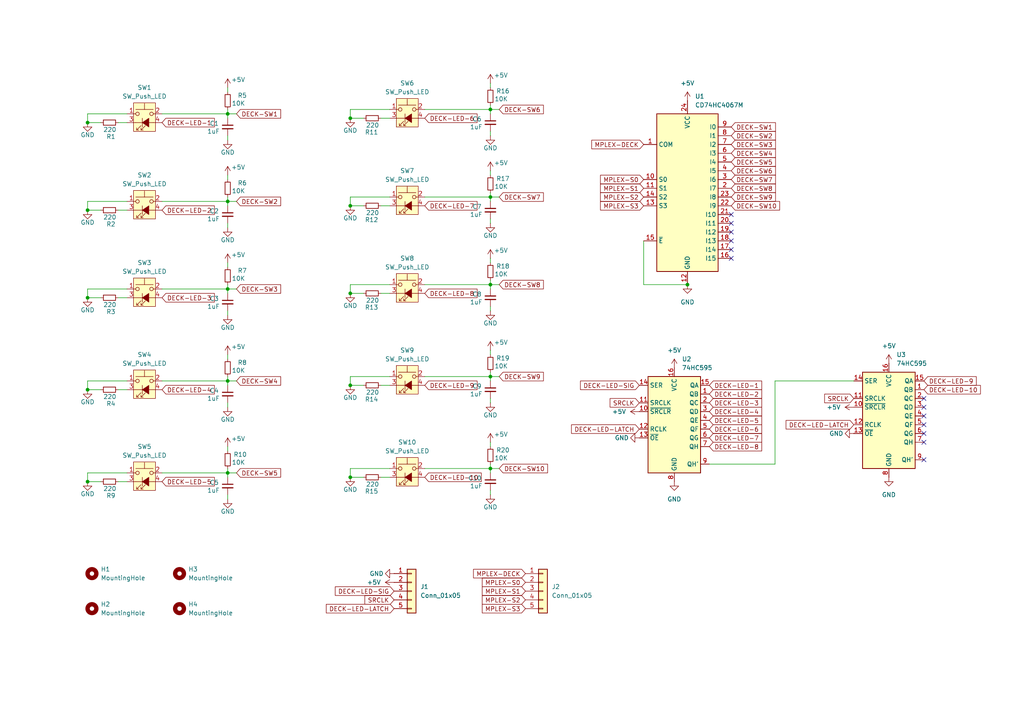
<source format=kicad_sch>
(kicad_sch (version 20231120) (generator "eeschema") (generator_version "8.0")
  (paper "A4")
  (lib_symbols
    (symbol "74xx:74HC595"
      (property "Reference" "U" (at -7.62 13.97 0))
      (property "Value" "74HC595" (at -7.62 -16.51 0))
      (symbol "74HC595_1_0"
        (pin tri_state line (at 10.16 7.62 180) (length 2.54) (name "QB") (number "1"))
        (pin input line (at -10.16 2.54 0) (length 2.54) (name "~{SRCLR}") (number "10"))
        (pin input line (at -10.16 5.08 0) (length 2.54) (name "SRCLK") (number "11"))
        (pin input line (at -10.16 -2.54 0) (length 2.54) (name "RCLK") (number "12"))
        (pin input line (at -10.16 -5.08 0) (length 2.54) (name "~{OE}") (number "13"))
        (pin input line (at -10.16 10.16 0) (length 2.54) (name "SER") (number "14"))
        (pin tri_state line (at 10.16 10.16 180) (length 2.54) (name "QA") (number "15"))
        (pin power_in line (at 0 15.24 270) (length 2.54) (name "VCC") (number "16"))
        (pin tri_state line (at 10.16 5.08 180) (length 2.54) (name "QC") (number "2"))
        (pin tri_state line (at 10.16 2.54 180) (length 2.54) (name "QD") (number "3"))
        (pin tri_state line (at 10.16 0 180) (length 2.54) (name "QE") (number "4"))
        (pin tri_state line (at 10.16 -2.54 180) (length 2.54) (name "QF") (number "5"))
        (pin tri_state line (at 10.16 -5.08 180) (length 2.54) (name "QG") (number "6"))
        (pin tri_state line (at 10.16 -7.62 180) (length 2.54) (name "QH") (number "7"))
        (pin power_in line (at 0 -17.78 90) (length 2.54) (name "GND") (number "8"))
        (pin output line (at 10.16 -12.7 180) (length 2.54) (name "QH'") (number "9"))
      )
      (symbol "74HC595_1_1"
        (rectangle (start -7.62 12.7) (end 7.62 -15.24) (stroke (width 0.254)) (fill (type background)))
      )
    )
    (symbol "74xx:CD74HC4067M"
      (property "Reference" "U" (at -8.89 22.86 0))
      (property "Value" "CD74HC4067M" (at 1.27 22.86 0))
      (symbol "CD74HC4067M_0_1"
        (rectangle (start -8.89 21.59) (end 8.89 -24.13) (stroke (width 0.254)) (fill (type background)))
      )
      (symbol "CD74HC4067M_1_1"
        (pin passive line (at -12.7 12.7 0) (length 3.81) (name "COM") (number "1"))
        (pin input line (at -12.7 2.54 0) (length 3.81) (name "S0") (number "10"))
        (pin input line (at -12.7 0 0) (length 3.81) (name "S1") (number "11"))
        (pin power_in line (at 0 -27.94 90) (length 3.81) (name "GND") (number "12"))
        (pin input line (at -12.7 -5.08 0) (length 3.81) (name "S3") (number "13"))
        (pin input line (at -12.7 -2.54 0) (length 3.81) (name "S2") (number "14"))
        (pin input line (at -12.7 -15.24 0) (length 3.81) (name "~{E}") (number "15"))
        (pin passive line (at 12.7 -20.32 180) (length 3.81) (name "I15") (number "16"))
        (pin passive line (at 12.7 -17.78 180) (length 3.81) (name "I14") (number "17"))
        (pin passive line (at 12.7 -15.24 180) (length 3.81) (name "I13") (number "18"))
        (pin passive line (at 12.7 -12.7 180) (length 3.81) (name "I12") (number "19"))
        (pin passive line (at 12.7 0 180) (length 3.81) (name "I7") (number "2"))
        (pin passive line (at 12.7 -10.16 180) (length 3.81) (name "I11") (number "20"))
        (pin passive line (at 12.7 -7.62 180) (length 3.81) (name "I10") (number "21"))
        (pin passive line (at 12.7 -5.08 180) (length 3.81) (name "I9") (number "22"))
        (pin passive line (at 12.7 -2.54 180) (length 3.81) (name "I8") (number "23"))
        (pin power_in line (at 0 25.4 270) (length 3.81) (name "VCC") (number "24"))
        (pin passive line (at 12.7 2.54 180) (length 3.81) (name "I6") (number "3"))
        (pin passive line (at 12.7 5.08 180) (length 3.81) (name "I5") (number "4"))
        (pin passive line (at 12.7 7.62 180) (length 3.81) (name "I4") (number "5"))
        (pin passive line (at 12.7 10.16 180) (length 3.81) (name "I3") (number "6"))
        (pin passive line (at 12.7 12.7 180) (length 3.81) (name "I2") (number "7"))
        (pin passive line (at 12.7 15.24 180) (length 3.81) (name "I1") (number "8"))
        (pin passive line (at 12.7 17.78 180) (length 3.81) (name "I0") (number "9"))
      )
    )
    (symbol "Connector_Generic:Conn_01x05" (pin_names (offset 1.016) hide)
      (property "Reference" "J" (at 0 7.62 0))
      (property "Value" "Conn_01x05" (at 0 -7.62 0))
      (symbol "Conn_01x05_1_1"
        (rectangle (start -1.27 -4.953) (end 0 -5.207) (stroke (width 0.1524)))
        (rectangle (start -1.27 -2.413) (end 0 -2.667) (stroke (width 0.1524)))
        (rectangle (start -1.27 0.127) (end 0 -0.127) (stroke (width 0.1524)))
        (rectangle (start -1.27 2.667) (end 0 2.413) (stroke (width 0.1524)))
        (rectangle (start -1.27 5.207) (end 0 4.953) (stroke (width 0.1524)))
        (rectangle (start -1.27 6.35) (end 1.27 -6.35) (stroke (width 0.254)) (fill (type background)))
        (pin passive line (at -5.08 5.08 0) (length 3.81) (name "Pin_1") (number "1"))
        (pin passive line (at -5.08 2.54 0) (length 3.81) (name "Pin_2") (number "2"))
        (pin passive line (at -5.08 0 0) (length 3.81) (name "Pin_3") (number "3"))
        (pin passive line (at -5.08 -2.54 0) (length 3.81) (name "Pin_4") (number "4"))
        (pin passive line (at -5.08 -5.08 0) (length 3.81) (name "Pin_5") (number "5"))
      )
    )
    (symbol "Device:C_Small" (pin_numbers hide) (pin_names (offset 0.254) hide)
      (property "Reference" "C" (at 0.254 1.778 0))
      (property "Value" "C_Small" (at 0.254 -2.032 0))
      (symbol "C_Small_0_1"
        (polyline (pts (xy -1.524 -0.508) (xy 1.524 -0.508)) (stroke (width 0.3302)))
        (polyline (pts (xy -1.524 0.508) (xy 1.524 0.508)) (stroke (width 0.3048)))
      )
      (symbol "C_Small_1_1"
        (pin passive line (at 0 2.54 270) (length 2.032) (name "~") (number "1"))
        (pin passive line (at 0 -2.54 90) (length 2.032) (name "~") (number "2"))
      )
    )
    (symbol "Device:R_Small" (pin_numbers hide) (pin_names (offset 0.254) hide)
      (property "Reference" "R" (at 0.762 0.508 0))
      (property "Value" "R_Small" (at 0.762 -1.016 0))
      (symbol "R_Small_0_1"
        (rectangle (start -0.762 1.778) (end 0.762 -1.778) (stroke (width 0.2032)))
      )
      (symbol "R_Small_1_1"
        (pin passive line (at 0 2.54 270) (length 0.762) (name "~") (number "1"))
        (pin passive line (at 0 -2.54 90) (length 0.762) (name "~") (number "2"))
      )
    )
    (symbol "Mechanical:MountingHole" (pin_names (offset 1.016)) (exclude_from_sim yes) (in_bom no)
      (property "Reference" "H" (at 0 5.08 0))
      (property "Value" "MountingHole" (at 0 3.175 0))
      (symbol "MountingHole_0_1"
        (circle (center 0 0) (radius 1.27) (stroke (width 1.27)))
      )
    )
    (symbol "Switch:SW_Push_LED" (pin_names (offset 1.016) hide)
      (property "Reference" "SW" (at 0 7.62 0))
      (property "Value" "SW_Push_LED" (at 0 -3.81 0))
      (symbol "SW_Push_LED_0_0"
        (polyline (pts (xy -2.54 0) (xy 2.54 0)))
        (polyline (pts (xy -2.286 -2.159) (xy -1.016 -0.889)))
        (polyline (pts (xy -1.016 -2.159) (xy 0.254 -0.889)))
        (polyline (pts (xy -0.635 1.27) (xy -0.635 -1.27)))
        (polyline (pts (xy -2.286 -1.524) (xy -2.286 -2.159) (xy -1.651 -2.159)))
        (polyline (pts (xy -1.016 -1.524) (xy -1.016 -2.159) (xy -0.381 -2.159)))
        (polyline (pts (xy -0.635 0) (xy 1.27 1.27) (xy 1.27 -1.27) (xy -0.635 0)) (fill (type outline)))
      )
      (symbol "SW_Push_LED_0_1"
        (circle (center -2.032 2.54) (radius 0.508))
        (polyline (pts (xy 0 3.81) (xy 0 5.588)))
        (polyline (pts (xy 2.54 3.81) (xy -2.54 3.81)))
        (circle (center 2.032 2.54) (radius 0.508))
        (pin passive line (at -5.08 2.54 0) (length 2.54) (name "1") (number "1"))
        (pin passive line (at 5.08 2.54 180) (length 2.54) (name "2") (number "2"))
        (pin passive line (at -5.08 0 0) (length 2.54) (name "K") (number "3"))
        (pin passive line (at 5.08 0 180) (length 2.54) (name "A") (number "4"))
      )
      (symbol "SW_Push_LED_1_1"
        (rectangle (start -3.175 5.715) (end 3.175 -2.54) (fill (type background)))
      )
    )
    (symbol "power:+5V" (power) (pin_numbers hide) (pin_names (offset 0) hide)
      (property "Value" "+5V" (at 0 3.556 0))
      (symbol "+5V_0_1"
        (polyline (pts (xy -0.762 1.27) (xy 0 2.54)))
        (polyline (pts (xy 0 0) (xy 0 2.54)))
        (polyline (pts (xy 0 2.54) (xy 0.762 1.27)))
      )
      (symbol "+5V_1_1"
        (pin power_in line (at 0 0 90) (length 0) (name "~") (number "1"))
      )
    )
    (symbol "power:GND" (power) (pin_numbers hide) (pin_names (offset 0) hide)
      (property "Value" "GND" (at 0 -3.81 0))
      (symbol "GND_0_1"
        (polyline (pts (xy 0 0) (xy 0 -1.27) (xy 1.27 -1.27) (xy 0 -2.54) (xy -1.27 -1.27) (xy 0 -1.27)))
      )
      (symbol "GND_1_1"
        (pin power_in line (at 0 0 270) (length 0) (name "~") (number "1"))
      )
    )
  )
  (junction (at 66.04 33.02))
  (junction (at 101.6 111.76))
  (junction (at 25.4 113.03))
  (junction (at 101.6 85.09))
  (junction (at 142.24 82.55))
  (junction (at 142.24 57.15))
  (junction (at 66.04 110.49))
  (junction (at 101.6 138.43))
  (junction (at 25.4 139.7))
  (junction (at 142.24 31.75))
  (junction (at 199.39 82.55))
  (junction (at 101.6 59.69))
  (junction (at 66.04 83.82))
  (junction (at 25.4 86.36))
  (junction (at 66.04 58.42))
  (junction (at 101.6 34.29))
  (junction (at 142.24 109.22))
  (junction (at 25.4 35.56))
  (junction (at 142.24 135.89))
  (junction (at 25.4 60.96))
  (junction (at 66.04 137.16))
  (no_connect (at 267.97 115.57))
  (no_connect (at 267.97 120.65))
  (no_connect (at 267.97 118.11))
  (no_connect (at 267.97 133.35))
  (no_connect (at 212.09 62.23))
  (no_connect (at 212.09 72.39))
  (no_connect (at 212.09 74.93))
  (no_connect (at 267.97 125.73))
  (no_connect (at 267.97 128.27))
  (no_connect (at 267.97 123.19))
  (no_connect (at 212.09 67.31))
  (no_connect (at 212.09 69.85))
  (no_connect (at 212.09 64.77))
  (wire (pts (xy 68.58 110.49) (xy 66.04 110.49)))
  (wire (pts (xy 110.49 85.09) (xy 113.03 85.09)))
  (wire (pts (xy 66.04 102.87) (xy 66.04 104.14)))
  (wire (pts (xy 142.24 57.15) (xy 142.24 55.88)))
  (wire (pts (xy 142.24 137.16) (xy 142.24 135.89)))
  (wire (pts (xy 101.6 85.09) (xy 105.41 85.09)))
  (wire (pts (xy 25.4 86.36) (xy 29.21 86.36)))
  (wire (pts (xy 36.83 58.42) (xy 25.4 58.42)))
  (wire (pts (xy 25.4 110.49) (xy 25.4 113.03)))
  (wire (pts (xy 66.04 58.42) (xy 66.04 57.15)))
  (wire (pts (xy 144.78 57.15) (xy 142.24 57.15)))
  (wire (pts (xy 25.4 137.16) (xy 25.4 139.7)))
  (wire (pts (xy 36.83 137.16) (xy 25.4 137.16)))
  (wire (pts (xy 142.24 101.6) (xy 142.24 102.87)))
  (wire (pts (xy 101.6 138.43) (xy 105.41 138.43)))
  (wire (pts (xy 142.24 128.27) (xy 142.24 129.54)))
  (wire (pts (xy 66.04 143.51) (xy 66.04 144.78)))
  (wire (pts (xy 101.6 34.29) (xy 105.41 34.29)))
  (wire (pts (xy 25.4 60.96) (xy 29.21 60.96)))
  (wire (pts (xy 142.24 135.89) (xy 142.24 134.62)))
  (wire (pts (xy 34.29 35.56) (xy 36.83 35.56)))
  (wire (pts (xy 36.83 83.82) (xy 25.4 83.82)))
  (wire (pts (xy 110.49 138.43) (xy 113.03 138.43)))
  (wire (pts (xy 101.6 111.76) (xy 105.41 111.76)))
  (wire (pts (xy 66.04 39.37) (xy 66.04 40.64)))
  (wire (pts (xy 46.99 110.49) (xy 66.04 110.49)))
  (wire (pts (xy 110.49 59.69) (xy 113.03 59.69)))
  (wire (pts (xy 142.24 88.9) (xy 142.24 90.17)))
  (wire (pts (xy 101.6 31.75) (xy 101.6 34.29)))
  (wire (pts (xy 123.19 31.75) (xy 142.24 31.75)))
  (wire (pts (xy 142.24 38.1) (xy 142.24 39.37)))
  (wire (pts (xy 36.83 110.49) (xy 25.4 110.49)))
  (wire (pts (xy 66.04 111.76) (xy 66.04 110.49)))
  (wire (pts (xy 101.6 82.55) (xy 101.6 85.09)))
  (wire (pts (xy 186.69 82.55) (xy 199.39 82.55)))
  (wire (pts (xy 34.29 113.03) (xy 36.83 113.03)))
  (wire (pts (xy 101.6 59.69) (xy 105.41 59.69)))
  (wire (pts (xy 66.04 59.69) (xy 66.04 58.42)))
  (wire (pts (xy 46.99 58.42) (xy 66.04 58.42)))
  (wire (pts (xy 123.19 135.89) (xy 142.24 135.89)))
  (wire (pts (xy 25.4 35.56) (xy 29.21 35.56)))
  (wire (pts (xy 113.03 57.15) (xy 101.6 57.15)))
  (wire (pts (xy 46.99 33.02) (xy 66.04 33.02)))
  (wire (pts (xy 224.79 110.49) (xy 247.65 110.49)))
  (wire (pts (xy 66.04 129.54) (xy 66.04 130.81)))
  (wire (pts (xy 144.78 31.75) (xy 142.24 31.75)))
  (wire (pts (xy 34.29 139.7) (xy 36.83 139.7)))
  (wire (pts (xy 66.04 110.49) (xy 66.04 109.22)))
  (wire (pts (xy 68.58 33.02) (xy 66.04 33.02)))
  (wire (pts (xy 142.24 63.5) (xy 142.24 64.77)))
  (wire (pts (xy 68.58 137.16) (xy 66.04 137.16)))
  (wire (pts (xy 25.4 33.02) (xy 25.4 35.56)))
  (wire (pts (xy 25.4 113.03) (xy 29.21 113.03)))
  (wire (pts (xy 110.49 111.76) (xy 113.03 111.76)))
  (wire (pts (xy 123.19 109.22) (xy 142.24 109.22)))
  (wire (pts (xy 68.58 58.42) (xy 66.04 58.42)))
  (wire (pts (xy 46.99 83.82) (xy 66.04 83.82)))
  (wire (pts (xy 142.24 109.22) (xy 142.24 107.95)))
  (wire (pts (xy 142.24 83.82) (xy 142.24 82.55)))
  (wire (pts (xy 113.03 109.22) (xy 101.6 109.22)))
  (wire (pts (xy 66.04 76.2) (xy 66.04 77.47)))
  (wire (pts (xy 144.78 135.89) (xy 142.24 135.89)))
  (wire (pts (xy 25.4 139.7) (xy 29.21 139.7)))
  (wire (pts (xy 25.4 83.82) (xy 25.4 86.36)))
  (wire (pts (xy 205.74 134.62) (xy 224.79 134.62)))
  (wire (pts (xy 110.49 34.29) (xy 113.03 34.29)))
  (wire (pts (xy 36.83 33.02) (xy 25.4 33.02)))
  (wire (pts (xy 34.29 60.96) (xy 36.83 60.96)))
  (wire (pts (xy 142.24 24.13) (xy 142.24 25.4)))
  (wire (pts (xy 142.24 142.24) (xy 142.24 143.51)))
  (wire (pts (xy 66.04 90.17) (xy 66.04 91.44)))
  (wire (pts (xy 25.4 58.42) (xy 25.4 60.96)))
  (wire (pts (xy 123.19 82.55) (xy 142.24 82.55)))
  (wire (pts (xy 123.19 57.15) (xy 142.24 57.15)))
  (wire (pts (xy 101.6 109.22) (xy 101.6 111.76)))
  (wire (pts (xy 66.04 138.43) (xy 66.04 137.16)))
  (wire (pts (xy 144.78 109.22) (xy 142.24 109.22)))
  (wire (pts (xy 113.03 82.55) (xy 101.6 82.55)))
  (wire (pts (xy 66.04 116.84) (xy 66.04 118.11)))
  (wire (pts (xy 142.24 110.49) (xy 142.24 109.22)))
  (wire (pts (xy 66.04 34.29) (xy 66.04 33.02)))
  (wire (pts (xy 142.24 58.42) (xy 142.24 57.15)))
  (wire (pts (xy 101.6 135.89) (xy 101.6 138.43)))
  (wire (pts (xy 186.69 69.85) (xy 186.69 82.55)))
  (wire (pts (xy 66.04 137.16) (xy 66.04 135.89)))
  (wire (pts (xy 46.99 137.16) (xy 66.04 137.16)))
  (wire (pts (xy 142.24 31.75) (xy 142.24 30.48)))
  (wire (pts (xy 113.03 135.89) (xy 101.6 135.89)))
  (wire (pts (xy 224.79 134.62) (xy 224.79 110.49)))
  (wire (pts (xy 142.24 49.53) (xy 142.24 50.8)))
  (wire (pts (xy 66.04 83.82) (xy 66.04 82.55)))
  (wire (pts (xy 66.04 25.4) (xy 66.04 26.67)))
  (wire (pts (xy 68.58 83.82) (xy 66.04 83.82)))
  (wire (pts (xy 144.78 82.55) (xy 142.24 82.55)))
  (wire (pts (xy 142.24 33.02) (xy 142.24 31.75)))
  (wire (pts (xy 66.04 85.09) (xy 66.04 83.82)))
  (wire (pts (xy 142.24 74.93) (xy 142.24 76.2)))
  (wire (pts (xy 66.04 50.8) (xy 66.04 52.07)))
  (wire (pts (xy 34.29 86.36) (xy 36.83 86.36)))
  (wire (pts (xy 101.6 57.15) (xy 101.6 59.69)))
  (wire (pts (xy 66.04 64.77) (xy 66.04 66.04)))
  (wire (pts (xy 142.24 82.55) (xy 142.24 81.28)))
  (wire (pts (xy 113.03 31.75) (xy 101.6 31.75)))
  (wire (pts (xy 142.24 115.57) (xy 142.24 116.84)))
  (wire (pts (xy 66.04 33.02) (xy 66.04 31.75)))
  (global_label "DECK-LED-6" (shape input) (at 205.74 124.46 0) (property "Intersheetrefs" "${INTERSHEET_REFS}" (effects (hide yes))))
  (global_label "DECK-LED-3" (shape input) (at 205.74 116.84 0) (property "Intersheetrefs" "${INTERSHEET_REFS}" (effects (hide yes))))
  (global_label "DECK-SW6" (shape input) (at 144.78 31.75 0) (property "Intersheetrefs" "${INTERSHEET_REFS}" (effects (hide yes))))
  (global_label "DECK-LED-5" (shape input) (at 205.74 121.92 0) (property "Intersheetrefs" "${INTERSHEET_REFS}" (effects (hide yes))))
  (global_label "DECK-LED-6" (shape input) (at 123.19 34.29 0) (property "Intersheetrefs" "${INTERSHEET_REFS}" (effects (hide yes))))
  (global_label "DECK-LED-LATCH" (shape input) (at 247.65 123.19 180) (property "Intersheetrefs" "${INTERSHEET_REFS}" (effects (hide yes))))
  (global_label "DECK-SW1" (shape input) (at 68.58 33.02 0) (property "Intersheetrefs" "${INTERSHEET_REFS}" (effects (hide yes))))
  (global_label "DECK-SW8" (shape input) (at 212.09 54.61 0) (property "Intersheetrefs" "${INTERSHEET_REFS}" (effects (hide yes))))
  (global_label "DECK-LED-SIG" (shape input) (at 114.3 171.45 180) (property "Intersheetrefs" "${INTERSHEET_REFS}" (effects (hide yes))))
  (global_label "DECK-LED-1" (shape input) (at 205.74 111.76 0) (property "Intersheetrefs" "${INTERSHEET_REFS}" (effects (hide yes))))
  (global_label "DECK-SW5" (shape input) (at 212.09 46.99 0) (property "Intersheetrefs" "${INTERSHEET_REFS}" (effects (hide yes))))
  (global_label "MPLEX-DECK" (shape input) (at 186.69 41.91 180) (property "Intersheetrefs" "${INTERSHEET_REFS}" (effects (hide yes))))
  (global_label "DECK-LED-4" (shape input) (at 46.99 113.03 0) (property "Intersheetrefs" "${INTERSHEET_REFS}" (effects (hide yes))))
  (global_label "DECK-SW5" (shape input) (at 68.58 137.16 0) (property "Intersheetrefs" "${INTERSHEET_REFS}" (effects (hide yes))))
  (global_label "DECK-LED-1" (shape input) (at 46.99 35.56 0) (property "Intersheetrefs" "${INTERSHEET_REFS}" (effects (hide yes))))
  (global_label "DECK-LED-SIG" (shape input) (at 185.42 111.76 180) (property "Intersheetrefs" "${INTERSHEET_REFS}" (effects (hide yes))))
  (global_label "MPLEX-S0" (shape input) (at 186.69 52.07 180) (property "Intersheetrefs" "${INTERSHEET_REFS}" (effects (hide yes))))
  (global_label "DECK-LED-2" (shape input) (at 205.74 114.3 0) (property "Intersheetrefs" "${INTERSHEET_REFS}" (effects (hide yes))))
  (global_label "DECK-LED-LATCH" (shape input) (at 185.42 124.46 180) (property "Intersheetrefs" "${INTERSHEET_REFS}" (effects (hide yes))))
  (global_label "DECK-SW8" (shape input) (at 144.78 82.55 0) (property "Intersheetrefs" "${INTERSHEET_REFS}" (effects (hide yes))))
  (global_label "MPLEX-S1" (shape input) (at 186.69 54.61 180) (property "Intersheetrefs" "${INTERSHEET_REFS}" (effects (hide yes))))
  (global_label "DECK-SW6" (shape input) (at 212.09 49.53 0) (property "Intersheetrefs" "${INTERSHEET_REFS}" (effects (hide yes))))
  (global_label "DECK-LED-10" (shape input) (at 267.97 113.03 0) (property "Intersheetrefs" "${INTERSHEET_REFS}" (effects (hide yes))))
  (global_label "DECK-SW4" (shape input) (at 68.58 110.49 0) (property "Intersheetrefs" "${INTERSHEET_REFS}" (effects (hide yes))))
  (global_label "DECK-LED-9" (shape input) (at 123.19 111.76 0) (property "Intersheetrefs" "${INTERSHEET_REFS}" (effects (hide yes))))
  (global_label "MPLEX-S0" (shape input) (at 152.4 168.91 180) (property "Intersheetrefs" "${INTERSHEET_REFS}" (effects (hide yes))))
  (global_label "DECK-SW1" (shape input) (at 212.09 36.83 0) (property "Intersheetrefs" "${INTERSHEET_REFS}" (effects (hide yes))))
  (global_label "SRCLK" (shape input) (at 185.42 116.84 180) (property "Intersheetrefs" "${INTERSHEET_REFS}" (effects (hide yes))))
  (global_label "DECK-SW10" (shape input) (at 144.78 135.89 0) (property "Intersheetrefs" "${INTERSHEET_REFS}" (effects (hide yes))))
  (global_label "DECK-LED-8" (shape input) (at 123.19 85.09 0) (property "Intersheetrefs" "${INTERSHEET_REFS}" (effects (hide yes))))
  (global_label "MPLEX-S3" (shape input) (at 152.4 176.53 180) (property "Intersheetrefs" "${INTERSHEET_REFS}" (effects (hide yes))))
  (global_label "DECK-LED-9" (shape input) (at 267.97 110.49 0) (property "Intersheetrefs" "${INTERSHEET_REFS}" (effects (hide yes))))
  (global_label "DECK-LED-7" (shape input) (at 123.19 59.69 0) (property "Intersheetrefs" "${INTERSHEET_REFS}" (effects (hide yes))))
  (global_label "DECK-LED-8" (shape input) (at 205.74 129.54 0) (property "Intersheetrefs" "${INTERSHEET_REFS}" (effects (hide yes))))
  (global_label "DECK-LED-7" (shape input) (at 205.74 127 0) (property "Intersheetrefs" "${INTERSHEET_REFS}" (effects (hide yes))))
  (global_label "DECK-LED-3" (shape input) (at 46.99 86.36 0) (property "Intersheetrefs" "${INTERSHEET_REFS}" (effects (hide yes))))
  (global_label "DECK-SW10" (shape input) (at 212.09 59.69 0) (property "Intersheetrefs" "${INTERSHEET_REFS}" (effects (hide yes))))
  (global_label "DECK-LED-5" (shape input) (at 46.99 139.7 0) (property "Intersheetrefs" "${INTERSHEET_REFS}" (effects (hide yes))))
  (global_label "DECK-LED-2" (shape input) (at 46.99 60.96 0) (property "Intersheetrefs" "${INTERSHEET_REFS}" (effects (hide yes))))
  (global_label "DECK-SW9" (shape input) (at 144.78 109.22 0) (property "Intersheetrefs" "${INTERSHEET_REFS}" (effects (hide yes))))
  (global_label "MPLEX-S3" (shape input) (at 186.69 59.69 180) (property "Intersheetrefs" "${INTERSHEET_REFS}" (effects (hide yes))))
  (global_label "DECK-SW7" (shape input) (at 212.09 52.07 0) (property "Intersheetrefs" "${INTERSHEET_REFS}" (effects (hide yes))))
  (global_label "DECK-SW4" (shape input) (at 212.09 44.45 0) (property "Intersheetrefs" "${INTERSHEET_REFS}" (effects (hide yes))))
  (global_label "SRCLK" (shape input) (at 114.3 173.99 180) (property "Intersheetrefs" "${INTERSHEET_REFS}" (effects (hide yes))))
  (global_label "SRCLK" (shape input) (at 247.65 115.57 180) (property "Intersheetrefs" "${INTERSHEET_REFS}" (effects (hide yes))))
  (global_label "DECK-LED-LATCH" (shape input) (at 114.3 176.53 180) (property "Intersheetrefs" "${INTERSHEET_REFS}" (effects (hide yes))))
  (global_label "DECK-SW7" (shape input) (at 144.78 57.15 0) (property "Intersheetrefs" "${INTERSHEET_REFS}" (effects (hide yes))))
  (global_label "MPLEX-S1" (shape input) (at 152.4 171.45 180) (property "Intersheetrefs" "${INTERSHEET_REFS}" (effects (hide yes))))
  (global_label "DECK-LED-4" (shape input) (at 205.74 119.38 0) (property "Intersheetrefs" "${INTERSHEET_REFS}" (effects (hide yes))))
  (global_label "DECK-SW9" (shape input) (at 212.09 57.15 0) (property "Intersheetrefs" "${INTERSHEET_REFS}" (effects (hide yes))))
  (global_label "DECK-SW2" (shape input) (at 68.58 58.42 0) (property "Intersheetrefs" "${INTERSHEET_REFS}" (effects (hide yes))))
  (global_label "MPLEX-S2" (shape input) (at 186.69 57.15 180) (property "Intersheetrefs" "${INTERSHEET_REFS}" (effects (hide yes))))
  (global_label "DECK-LED-10" (shape input) (at 123.19 138.43 0) (property "Intersheetrefs" "${INTERSHEET_REFS}" (effects (hide yes))))
  (global_label "MPLEX-DECK" (shape input) (at 152.4 166.37 180) (property "Intersheetrefs" "${INTERSHEET_REFS}" (effects (hide yes))))
  (global_label "MPLEX-S2" (shape input) (at 152.4 173.99 180) (property "Intersheetrefs" "${INTERSHEET_REFS}" (effects (hide yes))))
  (global_label "DECK-SW3" (shape input) (at 68.58 83.82 0) (property "Intersheetrefs" "${INTERSHEET_REFS}" (effects (hide yes))))
  (global_label "DECK-SW3" (shape input) (at 212.09 41.91 0) (property "Intersheetrefs" "${INTERSHEET_REFS}" (effects (hide yes))))
  (global_label "DECK-SW2" (shape input) (at 212.09 39.37 0) (property "Intersheetrefs" "${INTERSHEET_REFS}" (effects (hide yes))))
  (symbol (lib_id "power:GND") (at 114.3 166.37 270) (mirror x) (unit 1)
    (property "Reference" "#PWR043" (effects (hide yes)))
    (property "Value" "GND" (at 109.22 166.37 90))
    (property "Description" "Power symbol creates a global label with name \"GND\" , ground" (effects (hide yes)))
  )
  (symbol (lib_id "power:GND") (at 142.24 90.17 0) (unit 1)
    (property "Reference" "#PWR026" (effects (hide yes)))
    (property "Value" "GND" (at 142.24 93.726 0))
    (property "Description" "Power symbol creates a global label with name \"GND\" , ground" (effects (hide yes)))
  )
  (symbol (lib_id "Switch:SW_Push_LED") (at 41.91 86.36 0) (unit 1)
    (property "Reference" "SW3" (at 41.91 76.2 0))
    (property "Value" "SW_Push_LED" (at 41.91 78.74 0))
    (property "Footprint" "led-switch:SW_PUSH_6mm_LED" (effects (hide yes)))
    (property "Description" "Push button switch with LED, generic" (effects (hide yes)))
  )
  (symbol (lib_id "Switch:SW_Push_LED") (at 118.11 34.29 0) (unit 1)
    (property "Reference" "SW6" (at 118.11 24.13 0))
    (property "Value" "SW_Push_LED" (at 118.11 26.67 0))
    (property "Footprint" "led-switch:SW_PUSH_6mm_LED" (effects (hide yes)))
    (property "Description" "Push button switch with LED, generic" (effects (hide yes)))
  )
  (symbol (lib_id "Device:R_Small") (at 107.95 59.69 90) (unit 1)
    (property "Reference" "R12" (at 109.728 63.754 90) (effects (justify left)))
    (property "Value" "220" (at 109.982 61.722 90) (effects (justify left)))
    (property "Footprint" "PCM_Resistor_SMD_AKL:R_1206_3216Metric_Pad1.30x1.75mm_HandSolder" (effects (hide yes)))
    (property "Description" "Resistor, small symbol" (effects (hide yes)))
  )
  (symbol (lib_id "Mechanical:MountingHole") (at 52.07 166.37 0) (unit 1) (exclude_from_sim yes) (in_bom no)
    (property "Reference" "H3" (at 54.61 165.0999 0) (effects (justify left)))
    (property "Value" "MountingHole" (at 54.61 167.6399 0) (effects (justify left)))
    (property "Footprint" "MountingHole:MountingHole_3.2mm_M3" (effects (hide yes)))
    (property "Description" "Mounting Hole without connection" (effects (hide yes)))
  )
  (symbol (lib_id "power:+5V") (at 142.24 128.27 0) (mirror y) (unit 1)
    (property "Reference" "#PWR029" (effects (hide yes)))
    (property "Value" "+5V" (at 145.288 125.984 0))
    (property "Description" "Power symbol creates a global label with name \"+5V\"" (effects (hide yes)))
  )
  (symbol (lib_id "power:GND") (at 185.42 127 270) (mirror x) (unit 1)
    (property "Reference" "#PWR038" (effects (hide yes)))
    (property "Value" "GND" (at 180.34 127 90))
    (property "Description" "Power symbol creates a global label with name \"GND\" , ground" (effects (hide yes)))
  )
  (symbol (lib_id "power:+5V") (at 142.24 24.13 0) (mirror y) (unit 1)
    (property "Reference" "#PWR021" (effects (hide yes)))
    (property "Value" "+5V" (at 145.288 21.844 0))
    (property "Description" "Power symbol creates a global label with name \"+5V\"" (effects (hide yes)))
  )
  (symbol (lib_id "Device:C_Small") (at 66.04 140.97 0) (mirror y) (unit 1)
    (property "Reference" "C5" (at 63.5 139.954 0) (effects (justify left)))
    (property "Value" "1uF" (at 63.754 142.24 0) (effects (justify left)))
    (property "Footprint" "Capacitor_SMD:C_1206_3216Metric_Pad1.33x1.80mm_HandSolder" (effects (hide yes)))
    (property "Description" "Unpolarized capacitor, small symbol" (effects (hide yes)))
  )
  (symbol (lib_id "Switch:SW_Push_LED") (at 118.11 59.69 0) (unit 1)
    (property "Reference" "SW7" (at 118.11 49.53 0))
    (property "Value" "SW_Push_LED" (at 118.11 52.07 0))
    (property "Footprint" "led-switch:SW_PUSH_6mm_LED" (effects (hide yes)))
    (property "Description" "Push button switch with LED, generic" (effects (hide yes)))
  )
  (symbol (lib_id "power:GND") (at 101.6 111.76 0) (mirror y) (unit 1)
    (property "Reference" "#PWR019" (effects (hide yes)))
    (property "Value" "GND" (at 101.6 115.316 0))
    (property "Description" "Power symbol creates a global label with name \"GND\" , ground" (effects (hide yes)))
  )
  (symbol (lib_id "Switch:SW_Push_LED") (at 118.11 111.76 0) (unit 1)
    (property "Reference" "SW9" (at 118.11 101.6 0))
    (property "Value" "SW_Push_LED" (at 118.11 104.14 0))
    (property "Footprint" "led-switch:SW_PUSH_6mm_LED" (effects (hide yes)))
    (property "Description" "Push button switch with LED, generic" (effects (hide yes)))
  )
  (symbol (lib_id "power:GND") (at 247.65 125.73 270) (mirror x) (unit 1)
    (property "Reference" "#PWR039" (effects (hide yes)))
    (property "Value" "GND" (at 242.57 125.73 90))
    (property "Description" "Power symbol creates a global label with name \"GND\" , ground" (effects (hide yes)))
  )
  (symbol (lib_id "Device:R_Small") (at 107.95 34.29 90) (unit 1)
    (property "Reference" "R11" (at 109.728 38.354 90) (effects (justify left)))
    (property "Value" "220" (at 109.982 36.322 90) (effects (justify left)))
    (property "Footprint" "PCM_Resistor_SMD_AKL:R_1206_3216Metric_Pad1.30x1.75mm_HandSolder" (effects (hide yes)))
    (property "Description" "Resistor, small symbol" (effects (hide yes)))
  )
  (symbol (lib_id "power:GND") (at 142.24 143.51 0) (unit 1)
    (property "Reference" "#PWR030" (effects (hide yes)))
    (property "Value" "GND" (at 142.24 147.066 0))
    (property "Description" "Power symbol creates a global label with name \"GND\" , ground" (effects (hide yes)))
  )
  (symbol (lib_id "power:+5V") (at 142.24 74.93 0) (mirror y) (unit 1)
    (property "Reference" "#PWR025" (effects (hide yes)))
    (property "Value" "+5V" (at 145.288 72.644 0))
    (property "Description" "Power symbol creates a global label with name \"+5V\"" (effects (hide yes)))
  )
  (symbol (lib_id "Device:C_Small") (at 142.24 86.36 0) (mirror y) (unit 1)
    (property "Reference" "C8" (at 139.7 85.344 0) (effects (justify left)))
    (property "Value" "1uF" (at 139.954 87.63 0) (effects (justify left)))
    (property "Footprint" "Capacitor_SMD:C_1206_3216Metric_Pad1.33x1.80mm_HandSolder" (effects (hide yes)))
    (property "Description" "Unpolarized capacitor, small symbol" (effects (hide yes)))
  )
  (symbol (lib_id "power:+5V") (at 114.3 168.91 90) (unit 1)
    (property "Reference" "#PWR041" (effects (hide yes)))
    (property "Value" "+5V" (at 110.49 168.9099 90) (effects (justify left)))
    (property "Description" "Power symbol creates a global label with name \"+5V\"" (effects (hide yes)))
  )
  (symbol (lib_id "power:GND") (at 199.39 82.55 0) (mirror y) (unit 1)
    (property "Reference" "#PWR032" (effects (hide yes)))
    (property "Value" "GND" (at 199.39 87.63 0))
    (property "Description" "Power symbol creates a global label with name \"GND\" , ground" (effects (hide yes)))
  )
  (symbol (lib_id "Device:R_Small") (at 142.24 105.41 0) (mirror y) (unit 1)
    (property "Reference" "R19" (at 147.828 103.886 0) (effects (justify left)))
    (property "Value" "10K" (at 147.32 106.172 0) (effects (justify left)))
    (property "Footprint" "PCM_Resistor_SMD_AKL:R_1206_3216Metric_Pad1.30x1.75mm_HandSolder" (effects (hide yes)))
    (property "Description" "Resistor, small symbol" (effects (hide yes)))
  )
  (symbol (lib_id "Device:C_Small") (at 142.24 35.56 0) (mirror y) (unit 1)
    (property "Reference" "C6" (at 139.7 34.544 0) (effects (justify left)))
    (property "Value" "1uF" (at 139.954 36.83 0) (effects (justify left)))
    (property "Footprint" "Capacitor_SMD:C_1206_3216Metric_Pad1.33x1.80mm_HandSolder" (effects (hide yes)))
    (property "Description" "Unpolarized capacitor, small symbol" (effects (hide yes)))
  )
  (symbol (lib_id "74xx:CD74HC4067M") (at 199.39 54.61 0) (unit 1)
    (property "Reference" "U1" (at 201.5841 27.94 0) (effects (justify left)))
    (property "Value" "CD74HC4067M" (at 201.5841 30.48 0) (effects (justify left)))
    (property "Footprint" "Package_SO:SOIC-24W_7.5x15.4mm_P1.27mm" (effects (hide yes)))
    (property "Datasheet" "http://www.ti.com/lit/ds/symlink/cd74hc4067.pdf" (effects (hide yes)))
    (property "Description" "High-Speed CMOS Logic 16-Channel Analog Multiplexer/Demultiplexer, SOIC-24" (effects (hide yes)))
  )
  (symbol (lib_id "power:+5V") (at 66.04 50.8 0) (mirror y) (unit 1)
    (property "Reference" "#PWR07" (effects (hide yes)))
    (property "Value" "+5V" (at 69.088 48.514 0))
    (property "Description" "Power symbol creates a global label with name \"+5V\"" (effects (hide yes)))
  )
  (symbol (lib_id "power:+5V") (at 185.42 119.38 90) (unit 1)
    (property "Reference" "#PWR035" (effects (hide yes)))
    (property "Value" "+5V" (at 181.61 119.3799 90) (effects (justify left)))
    (property "Description" "Power symbol creates a global label with name \"+5V\"" (effects (hide yes)))
  )
  (symbol (lib_id "Device:R_Small") (at 142.24 53.34 0) (mirror y) (unit 1)
    (property "Reference" "R17" (at 147.828 51.816 0) (effects (justify left)))
    (property "Value" "10K" (at 147.32 54.102 0) (effects (justify left)))
    (property "Footprint" "PCM_Resistor_SMD_AKL:R_1206_3216Metric_Pad1.30x1.75mm_HandSolder" (effects (hide yes)))
    (property "Description" "Resistor, small symbol" (effects (hide yes)))
  )
  (symbol (lib_id "power:GND") (at 25.4 86.36 0) (mirror y) (unit 1)
    (property "Reference" "#PWR03" (effects (hide yes)))
    (property "Value" "GND" (at 25.4 89.916 0))
    (property "Description" "Power symbol creates a global label with name \"GND\" , ground" (effects (hide yes)))
  )
  (symbol (lib_id "power:GND") (at 66.04 91.44 0) (unit 1)
    (property "Reference" "#PWR010" (effects (hide yes)))
    (property "Value" "GND" (at 66.04 94.996 0))
    (property "Description" "Power symbol creates a global label with name \"GND\" , ground" (effects (hide yes)))
  )
  (symbol (lib_id "Switch:SW_Push_LED") (at 41.91 113.03 0) (unit 1)
    (property "Reference" "SW4" (at 41.91 102.87 0))
    (property "Value" "SW_Push_LED" (at 41.91 105.41 0))
    (property "Footprint" "led-switch:SW_PUSH_6mm_LED" (effects (hide yes)))
    (property "Description" "Push button switch with LED, generic" (effects (hide yes)))
  )
  (symbol (lib_id "power:GND") (at 25.4 35.56 0) (mirror y) (unit 1)
    (property "Reference" "#PWR01" (effects (hide yes)))
    (property "Value" "GND" (at 25.4 39.116 0))
    (property "Description" "Power symbol creates a global label with name \"GND\" , ground" (effects (hide yes)))
  )
  (symbol (lib_id "Device:R_Small") (at 31.75 60.96 90) (unit 1)
    (property "Reference" "R2" (at 33.528 65.024 90) (effects (justify left)))
    (property "Value" "220" (at 33.782 62.992 90) (effects (justify left)))
    (property "Footprint" "PCM_Resistor_SMD_AKL:R_1206_3216Metric_Pad1.30x1.75mm_HandSolder" (effects (hide yes)))
    (property "Description" "Resistor, small symbol" (effects (hide yes)))
  )
  (symbol (lib_id "Mechanical:MountingHole") (at 52.07 176.53 0) (unit 1) (exclude_from_sim yes) (in_bom no)
    (property "Reference" "H4" (at 54.61 175.2599 0) (effects (justify left)))
    (property "Value" "MountingHole" (at 54.61 177.7999 0) (effects (justify left)))
    (property "Footprint" "MountingHole:MountingHole_3.2mm_M3" (effects (hide yes)))
    (property "Description" "Mounting Hole without connection" (effects (hide yes)))
  )
  (symbol (lib_id "Device:R_Small") (at 142.24 132.08 0) (mirror y) (unit 1)
    (property "Reference" "R20" (at 147.828 130.556 0) (effects (justify left)))
    (property "Value" "10K" (at 147.32 132.842 0) (effects (justify left)))
    (property "Footprint" "PCM_Resistor_SMD_AKL:R_1206_3216Metric_Pad1.30x1.75mm_HandSolder" (effects (hide yes)))
    (property "Description" "Resistor, small symbol" (effects (hide yes)))
  )
  (symbol (lib_id "power:GND") (at 101.6 59.69 0) (mirror y) (unit 1)
    (property "Reference" "#PWR017" (effects (hide yes)))
    (property "Value" "GND" (at 101.6 63.246 0))
    (property "Description" "Power symbol creates a global label with name \"GND\" , ground" (effects (hide yes)))
  )
  (symbol (lib_id "power:GND") (at 101.6 138.43 0) (mirror y) (unit 1)
    (property "Reference" "#PWR020" (effects (hide yes)))
    (property "Value" "GND" (at 101.6 141.986 0))
    (property "Description" "Power symbol creates a global label with name \"GND\" , ground" (effects (hide yes)))
  )
  (symbol (lib_id "power:+5V") (at 247.65 118.11 90) (unit 1)
    (property "Reference" "#PWR036" (effects (hide yes)))
    (property "Value" "+5V" (at 243.84 118.1099 90) (effects (justify left)))
    (property "Description" "Power symbol creates a global label with name \"+5V\"" (effects (hide yes)))
  )
  (symbol (lib_id "power:+5V") (at 142.24 101.6 0) (mirror y) (unit 1)
    (property "Reference" "#PWR027" (effects (hide yes)))
    (property "Value" "+5V" (at 145.288 99.314 0))
    (property "Description" "Power symbol creates a global label with name \"+5V\"" (effects (hide yes)))
  )
  (symbol (lib_id "power:GND") (at 25.4 60.96 0) (mirror y) (unit 1)
    (property "Reference" "#PWR02" (effects (hide yes)))
    (property "Value" "GND" (at 25.4 64.516 0))
    (property "Description" "Power symbol creates a global label with name \"GND\" , ground" (effects (hide yes)))
  )
  (symbol (lib_id "power:GND") (at 25.4 139.7 0) (mirror y) (unit 1)
    (property "Reference" "#PWR013" (effects (hide yes)))
    (property "Value" "GND" (at 25.4 143.256 0))
    (property "Description" "Power symbol creates a global label with name \"GND\" , ground" (effects (hide yes)))
  )
  (symbol (lib_id "Device:R_Small") (at 107.95 138.43 90) (unit 1)
    (property "Reference" "R15" (at 109.728 142.494 90) (effects (justify left)))
    (property "Value" "220" (at 109.982 140.462 90) (effects (justify left)))
    (property "Footprint" "PCM_Resistor_SMD_AKL:R_1206_3216Metric_Pad1.30x1.75mm_HandSolder" (effects (hide yes)))
    (property "Description" "Resistor, small symbol" (effects (hide yes)))
  )
  (symbol (lib_id "power:+5V") (at 66.04 102.87 0) (mirror y) (unit 1)
    (property "Reference" "#PWR011" (effects (hide yes)))
    (property "Value" "+5V" (at 69.088 100.584 0))
    (property "Description" "Power symbol creates a global label with name \"+5V\"" (effects (hide yes)))
  )
  (symbol (lib_id "Device:R_Small") (at 66.04 106.68 0) (mirror y) (unit 1)
    (property "Reference" "R8" (at 71.628 105.156 0) (effects (justify left)))
    (property "Value" "10K" (at 71.12 107.442 0) (effects (justify left)))
    (property "Footprint" "PCM_Resistor_SMD_AKL:R_1206_3216Metric_Pad1.30x1.75mm_HandSolder" (effects (hide yes)))
    (property "Description" "Resistor, small symbol" (effects (hide yes)))
  )
  (symbol (lib_id "Device:R_Small") (at 31.75 86.36 90) (unit 1)
    (property "Reference" "R3" (at 33.528 90.424 90) (effects (justify left)))
    (property "Value" "220" (at 33.782 88.392 90) (effects (justify left)))
    (property "Footprint" "PCM_Resistor_SMD_AKL:R_1206_3216Metric_Pad1.30x1.75mm_HandSolder" (effects (hide yes)))
    (property "Description" "Resistor, small symbol" (effects (hide yes)))
  )
  (symbol (lib_id "Switch:SW_Push_LED") (at 118.11 138.43 0) (unit 1)
    (property "Reference" "SW10" (at 118.11 128.27 0))
    (property "Value" "SW_Push_LED" (at 118.11 130.81 0))
    (property "Footprint" "led-switch:SW_PUSH_6mm_LED" (effects (hide yes)))
    (property "Description" "Push button switch with LED, generic" (effects (hide yes)))
  )
  (symbol (lib_id "Device:R_Small") (at 107.95 111.76 90) (unit 1)
    (property "Reference" "R14" (at 109.728 115.824 90) (effects (justify left)))
    (property "Value" "220" (at 109.982 113.792 90) (effects (justify left)))
    (property "Footprint" "PCM_Resistor_SMD_AKL:R_1206_3216Metric_Pad1.30x1.75mm_HandSolder" (effects (hide yes)))
    (property "Description" "Resistor, small symbol" (effects (hide yes)))
  )
  (symbol (lib_id "Device:R_Small") (at 66.04 54.61 0) (mirror y) (unit 1)
    (property "Reference" "R6" (at 71.628 53.086 0) (effects (justify left)))
    (property "Value" "10K" (at 71.12 55.372 0) (effects (justify left)))
    (property "Footprint" "PCM_Resistor_SMD_AKL:R_1206_3216Metric_Pad1.30x1.75mm_HandSolder" (effects (hide yes)))
    (property "Description" "Resistor, small symbol" (effects (hide yes)))
  )
  (symbol (lib_id "Device:R_Small") (at 31.75 35.56 90) (unit 1)
    (property "Reference" "R1" (at 33.528 39.624 90) (effects (justify left)))
    (property "Value" "220" (at 33.782 37.592 90) (effects (justify left)))
    (property "Footprint" "PCM_Resistor_SMD_AKL:R_1206_3216Metric_Pad1.30x1.75mm_HandSolder" (effects (hide yes)))
    (property "Description" "Resistor, small symbol" (effects (hide yes)))
  )
  (symbol (lib_id "power:+5V") (at 142.24 49.53 0) (mirror y) (unit 1)
    (property "Reference" "#PWR023" (effects (hide yes)))
    (property "Value" "+5V" (at 145.288 47.244 0))
    (property "Description" "Power symbol creates a global label with name \"+5V\"" (effects (hide yes)))
  )
  (symbol (lib_id "power:+5V") (at 66.04 129.54 0) (mirror y) (unit 1)
    (property "Reference" "#PWR014" (effects (hide yes)))
    (property "Value" "+5V" (at 69.088 127.254 0))
    (property "Description" "Power symbol creates a global label with name \"+5V\"" (effects (hide yes)))
  )
  (symbol (lib_id "Device:C_Small") (at 66.04 36.83 0) (mirror y) (unit 1)
    (property "Reference" "C1" (at 63.5 35.814 0) (effects (justify left)))
    (property "Value" "1uF" (at 63.754 38.1 0) (effects (justify left)))
    (property "Footprint" "Capacitor_SMD:C_1206_3216Metric_Pad1.33x1.80mm_HandSolder" (effects (hide yes)))
    (property "Description" "Unpolarized capacitor, small symbol" (effects (hide yes)))
  )
  (symbol (lib_id "power:+5V") (at 199.39 29.21 0) (unit 1)
    (property "Reference" "#PWR031" (effects (hide yes)))
    (property "Value" "+5V" (at 199.39 24.13 0))
    (property "Description" "Power symbol creates a global label with name \"+5V\"" (effects (hide yes)))
  )
  (symbol (lib_id "Device:R_Small") (at 66.04 133.35 0) (mirror y) (unit 1)
    (property "Reference" "R10" (at 71.628 131.826 0) (effects (justify left)))
    (property "Value" "10K" (at 71.12 134.112 0) (effects (justify left)))
    (property "Footprint" "PCM_Resistor_SMD_AKL:R_1206_3216Metric_Pad1.30x1.75mm_HandSolder" (effects (hide yes)))
    (property "Description" "Resistor, small symbol" (effects (hide yes)))
  )
  (symbol (lib_id "Device:C_Small") (at 142.24 139.7 0) (mirror y) (unit 1)
    (property "Reference" "C10" (at 139.7 138.684 0) (effects (justify left)))
    (property "Value" "1uF" (at 139.954 140.97 0) (effects (justify left)))
    (property "Footprint" "Capacitor_SMD:C_1206_3216Metric_Pad1.33x1.80mm_HandSolder" (effects (hide yes)))
    (property "Description" "Unpolarized capacitor, small symbol" (effects (hide yes)))
  )
  (symbol (lib_id "Device:R_Small") (at 107.95 85.09 90) (unit 1)
    (property "Reference" "R13" (at 109.728 89.154 90) (effects (justify left)))
    (property "Value" "220" (at 109.982 87.122 90) (effects (justify left)))
    (property "Footprint" "PCM_Resistor_SMD_AKL:R_1206_3216Metric_Pad1.30x1.75mm_HandSolder" (effects (hide yes)))
    (property "Description" "Resistor, small symbol" (effects (hide yes)))
  )
  (symbol (lib_id "power:GND") (at 142.24 116.84 0) (unit 1)
    (property "Reference" "#PWR028" (effects (hide yes)))
    (property "Value" "GND" (at 142.24 120.396 0))
    (property "Description" "Power symbol creates a global label with name \"GND\" , ground" (effects (hide yes)))
  )
  (symbol (lib_id "power:GND") (at 25.4 113.03 0) (mirror y) (unit 1)
    (property "Reference" "#PWR04" (effects (hide yes)))
    (property "Value" "GND" (at 25.4 116.586 0))
    (property "Description" "Power symbol creates a global label with name \"GND\" , ground" (effects (hide yes)))
  )
  (symbol (lib_id "Connector_Generic:Conn_01x05") (at 119.38 171.45 0) (unit 1)
    (property "Reference" "J1" (at 121.92 170.1799 0) (effects (justify left)))
    (property "Value" "Conn_01x05" (at 121.92 172.7199 0) (effects (justify left)))
    (property "Footprint" "Connector_PinHeader_2.54mm:PinHeader_1x05_P2.54mm_Vertical" (effects (hide yes)))
    (property "Description" "Generic connector, single row, 01x05, script generated (kicad-library-utils/schlib/autogen/connector/)" (effects (hide yes)))
  )
  (symbol (lib_id "Switch:SW_Push_LED") (at 41.91 139.7 0) (unit 1)
    (property "Reference" "SW5" (at 41.91 129.54 0))
    (property "Value" "SW_Push_LED" (at 41.91 132.08 0))
    (property "Footprint" "led-switch:SW_PUSH_6mm_LED" (effects (hide yes)))
    (property "Description" "Push button switch with LED, generic" (effects (hide yes)))
  )
  (symbol (lib_id "power:GND") (at 66.04 66.04 0) (unit 1)
    (property "Reference" "#PWR08" (effects (hide yes)))
    (property "Value" "GND" (at 66.04 69.596 0))
    (property "Description" "Power symbol creates a global label with name \"GND\" , ground" (effects (hide yes)))
  )
  (symbol (lib_id "power:+5V") (at 66.04 25.4 0) (mirror y) (unit 1)
    (property "Reference" "#PWR05" (effects (hide yes)))
    (property "Value" "+5V" (at 69.088 23.114 0))
    (property "Description" "Power symbol creates a global label with name \"+5V\"" (effects (hide yes)))
  )
  (symbol (lib_id "Device:C_Small") (at 142.24 60.96 0) (mirror y) (unit 1)
    (property "Reference" "C7" (at 139.7 59.944 0) (effects (justify left)))
    (property "Value" "1uF" (at 139.954 62.23 0) (effects (justify left)))
    (property "Footprint" "Capacitor_SMD:C_1206_3216Metric_Pad1.33x1.80mm_HandSolder" (effects (hide yes)))
    (property "Description" "Unpolarized capacitor, small symbol" (effects (hide yes)))
  )
  (symbol (lib_id "Device:R_Small") (at 66.04 80.01 0) (mirror y) (unit 1)
    (property "Reference" "R7" (at 71.628 78.486 0) (effects (justify left)))
    (property "Value" "10K" (at 71.12 80.772 0) (effects (justify left)))
    (property "Footprint" "PCM_Resistor_SMD_AKL:R_1206_3216Metric_Pad1.30x1.75mm_HandSolder" (effects (hide yes)))
    (property "Description" "Resistor, small symbol" (effects (hide yes)))
  )
  (symbol (lib_id "Switch:SW_Push_LED") (at 118.11 85.09 0) (unit 1)
    (property "Reference" "SW8" (at 118.11 74.93 0))
    (property "Value" "SW_Push_LED" (at 118.11 77.47 0))
    (property "Footprint" "led-switch:SW_PUSH_6mm_LED" (effects (hide yes)))
    (property "Description" "Push button switch with LED, generic" (effects (hide yes)))
  )
  (symbol (lib_id "Switch:SW_Push_LED") (at 41.91 60.96 0) (unit 1)
    (property "Reference" "SW2" (at 41.91 50.8 0))
    (property "Value" "SW_Push_LED" (at 41.91 53.34 0))
    (property "Footprint" "led-switch:SW_PUSH_6mm_LED" (effects (hide yes)))
    (property "Description" "Push button switch with LED, generic" (effects (hide yes)))
  )
  (symbol (lib_id "power:+5V") (at 195.58 106.68 0) (unit 1)
    (property "Reference" "#PWR033" (effects (hide yes)))
    (property "Value" "+5V" (at 195.58 101.6 0))
    (property "Description" "Power symbol creates a global label with name \"+5V\"" (effects (hide yes)))
  )
  (symbol (lib_id "power:GND") (at 257.81 138.43 0) (mirror y) (unit 1)
    (property "Reference" "#PWR040" (effects (hide yes)))
    (property "Value" "GND" (at 257.81 143.51 0))
    (property "Description" "Power symbol creates a global label with name \"GND\" , ground" (effects (hide yes)))
  )
  (symbol (lib_id "power:GND") (at 66.04 144.78 0) (unit 1)
    (property "Reference" "#PWR015" (effects (hide yes)))
    (property "Value" "GND" (at 66.04 148.336 0))
    (property "Description" "Power symbol creates a global label with name \"GND\" , ground" (effects (hide yes)))
  )
  (symbol (lib_id "power:+5V") (at 66.04 76.2 0) (mirror y) (unit 1)
    (property "Reference" "#PWR09" (effects (hide yes)))
    (property "Value" "+5V" (at 69.088 73.914 0))
    (property "Description" "Power symbol creates a global label with name \"+5V\"" (effects (hide yes)))
  )
  (symbol (lib_id "Device:R_Small") (at 142.24 78.74 0) (mirror y) (unit 1)
    (property "Reference" "R18" (at 147.828 77.216 0) (effects (justify left)))
    (property "Value" "10K" (at 147.32 79.502 0) (effects (justify left)))
    (property "Footprint" "PCM_Resistor_SMD_AKL:R_1206_3216Metric_Pad1.30x1.75mm_HandSolder" (effects (hide yes)))
    (property "Description" "Resistor, small symbol" (effects (hide yes)))
  )
  (symbol (lib_id "power:GND") (at 101.6 34.29 0) (mirror y) (unit 1)
    (property "Reference" "#PWR016" (effects (hide yes)))
    (property "Value" "GND" (at 101.6 37.846 0))
    (property "Description" "Power symbol creates a global label with name \"GND\" , ground" (effects (hide yes)))
  )
  (symbol (lib_id "power:+5V") (at 257.81 105.41 0) (unit 1)
    (property "Reference" "#PWR034" (effects (hide yes)))
    (property "Value" "+5V" (at 257.81 100.33 0))
    (property "Description" "Power symbol creates a global label with name \"+5V\"" (effects (hide yes)))
  )
  (symbol (lib_id "Device:C_Small") (at 142.24 113.03 0) (mirror y) (unit 1)
    (property "Reference" "C9" (at 139.7 112.014 0) (effects (justify left)))
    (property "Value" "1uF" (at 139.954 114.3 0) (effects (justify left)))
    (property "Footprint" "Capacitor_SMD:C_1206_3216Metric_Pad1.33x1.80mm_HandSolder" (effects (hide yes)))
    (property "Description" "Unpolarized capacitor, small symbol" (effects (hide yes)))
  )
  (symbol (lib_id "Device:C_Small") (at 66.04 114.3 0) (mirror y) (unit 1)
    (property "Reference" "C4" (at 63.5 113.284 0) (effects (justify left)))
    (property "Value" "1uF" (at 63.754 115.57 0) (effects (justify left)))
    (property "Footprint" "Capacitor_SMD:C_1206_3216Metric_Pad1.33x1.80mm_HandSolder" (effects (hide yes)))
    (property "Description" "Unpolarized capacitor, small symbol" (effects (hide yes)))
  )
  (symbol (lib_id "Mechanical:MountingHole") (at 26.67 166.37 0) (unit 1) (exclude_from_sim yes) (in_bom no)
    (property "Reference" "H1" (at 29.21 165.0999 0) (effects (justify left)))
    (property "Value" "MountingHole" (at 29.21 167.6399 0) (effects (justify left)))
    (property "Footprint" "MountingHole:MountingHole_3.2mm_M3" (effects (hide yes)))
    (property "Description" "Mounting Hole without connection" (effects (hide yes)))
  )
  (symbol (lib_id "Device:C_Small") (at 66.04 87.63 0) (mirror y) (unit 1)
    (property "Reference" "C3" (at 63.5 86.614 0) (effects (justify left)))
    (property "Value" "1uF" (at 63.754 88.9 0) (effects (justify left)))
    (property "Footprint" "Capacitor_SMD:C_1206_3216Metric_Pad1.33x1.80mm_HandSolder" (effects (hide yes)))
    (property "Description" "Unpolarized capacitor, small symbol" (effects (hide yes)))
  )
  (symbol (lib_id "Mechanical:MountingHole") (at 26.67 176.53 0) (unit 1) (exclude_from_sim yes) (in_bom no)
    (property "Reference" "H2" (at 29.21 175.2599 0) (effects (justify left)))
    (property "Value" "MountingHole" (at 29.21 177.7999 0) (effects (justify left)))
    (property "Footprint" "MountingHole:MountingHole_3.2mm_M3" (effects (hide yes)))
    (property "Description" "Mounting Hole without connection" (effects (hide yes)))
  )
  (symbol (lib_id "power:GND") (at 195.58 139.7 0) (mirror y) (unit 1)
    (property "Reference" "#PWR037" (effects (hide yes)))
    (property "Value" "GND" (at 195.58 144.78 0))
    (property "Description" "Power symbol creates a global label with name \"GND\" , ground" (effects (hide yes)))
  )
  (symbol (lib_id "power:GND") (at 142.24 39.37 0) (unit 1)
    (property "Reference" "#PWR022" (effects (hide yes)))
    (property "Value" "GND" (at 142.24 42.926 0))
    (property "Description" "Power symbol creates a global label with name \"GND\" , ground" (effects (hide yes)))
  )
  (symbol (lib_id "Device:C_Small") (at 66.04 62.23 0) (mirror y) (unit 1)
    (property "Reference" "C2" (at 63.5 61.214 0) (effects (justify left)))
    (property "Value" "1uF" (at 63.754 63.5 0) (effects (justify left)))
    (property "Footprint" "Capacitor_SMD:C_1206_3216Metric_Pad1.33x1.80mm_HandSolder" (effects (hide yes)))
    (property "Description" "Unpolarized capacitor, small symbol" (effects (hide yes)))
  )
  (symbol (lib_id "Device:R_Small") (at 31.75 113.03 90) (unit 1)
    (property "Reference" "R4" (at 33.528 117.094 90) (effects (justify left)))
    (property "Value" "220" (at 33.782 115.062 90) (effects (justify left)))
    (property "Footprint" "PCM_Resistor_SMD_AKL:R_1206_3216Metric_Pad1.30x1.75mm_HandSolder" (effects (hide yes)))
    (property "Description" "Resistor, small symbol" (effects (hide yes)))
  )
  (symbol (lib_id "Device:R_Small") (at 31.75 139.7 90) (unit 1)
    (property "Reference" "R9" (at 33.528 143.764 90) (effects (justify left)))
    (property "Value" "220" (at 33.782 141.732 90) (effects (justify left)))
    (property "Footprint" "PCM_Resistor_SMD_AKL:R_1206_3216Metric_Pad1.30x1.75mm_HandSolder" (effects (hide yes)))
    (property "Description" "Resistor, small symbol" (effects (hide yes)))
  )
  (symbol (lib_id "power:GND") (at 101.6 85.09 0) (mirror y) (unit 1)
    (property "Reference" "#PWR018" (effects (hide yes)))
    (property "Value" "GND" (at 101.6 88.646 0))
    (property "Description" "Power symbol creates a global label with name \"GND\" , ground" (effects (hide yes)))
  )
  (symbol (lib_id "74xx:74HC595") (at 257.81 120.65 0) (unit 1)
    (property "Reference" "U3" (at 260.0041 102.87 0) (effects (justify left)))
    (property "Value" "74HC595" (at 260.0041 105.41 0) (effects (justify left)))
    (property "Footprint" "Package_SO:SOIC-16_3.9x9.9mm_P1.27mm" (effects (hide yes)))
    (property "Datasheet" "http://www.ti.com/lit/ds/symlink/sn74hc595.pdf" (effects (hide yes)))
    (property "Description" "8-bit serial in/out Shift Register 3-State Outputs" (effects (hide yes)))
  )
  (symbol (lib_id "power:GND") (at 66.04 40.64 0) (unit 1)
    (property "Reference" "#PWR06" (effects (hide yes)))
    (property "Value" "GND" (at 66.04 44.196 0))
    (property "Description" "Power symbol creates a global label with name \"GND\" , ground" (effects (hide yes)))
  )
  (symbol (lib_id "Connector_Generic:Conn_01x05") (at 157.48 171.45 0) (unit 1)
    (property "Reference" "J2" (at 160.02 170.1799 0) (effects (justify left)))
    (property "Value" "Conn_01x05" (at 160.02 172.7199 0) (effects (justify left)))
    (property "Footprint" "Connector_PinHeader_2.54mm:PinHeader_1x05_P2.54mm_Vertical" (effects (hide yes)))
    (property "Description" "Generic connector, single row, 01x05, script generated (kicad-library-utils/schlib/autogen/connector/)" (effects (hide yes)))
  )
  (symbol (lib_id "power:GND") (at 66.04 118.11 0) (unit 1)
    (property "Reference" "#PWR012" (effects (hide yes)))
    (property "Value" "GND" (at 66.04 121.666 0))
    (property "Description" "Power symbol creates a global label with name \"GND\" , ground" (effects (hide yes)))
  )
  (symbol (lib_id "Device:R_Small") (at 142.24 27.94 0) (mirror y) (unit 1)
    (property "Reference" "R16" (at 147.828 26.416 0) (effects (justify left)))
    (property "Value" "10K" (at 147.32 28.702 0) (effects (justify left)))
    (property "Footprint" "PCM_Resistor_SMD_AKL:R_1206_3216Metric_Pad1.30x1.75mm_HandSolder" (effects (hide yes)))
    (property "Description" "Resistor, small symbol" (effects (hide yes)))
  )
  (symbol (lib_id "Device:R_Small") (at 66.04 29.21 0) (mirror y) (unit 1)
    (property "Reference" "R5" (at 71.628 27.686 0) (effects (justify left)))
    (property "Value" "10K" (at 71.12 29.972 0) (effects (justify left)))
    (property "Footprint" "PCM_Resistor_SMD_AKL:R_1206_3216Metric_Pad1.30x1.75mm_HandSolder" (effects (hide yes)))
    (property "Description" "Resistor, small symbol" (effects (hide yes)))
  )
  (symbol (lib_id "74xx:74HC595") (at 195.58 121.92 0) (unit 1)
    (property "Reference" "U2" (at 197.7741 104.14 0) (effects (justify left)))
    (property "Value" "74HC595" (at 197.7741 106.68 0) (effects (justify left)))
    (property "Footprint" "Package_SO:SOIC-16_3.9x9.9mm_P1.27mm" (effects (hide yes)))
    (property "Datasheet" "http://www.ti.com/lit/ds/symlink/sn74hc595.pdf" (effects (hide yes)))
    (property "Description" "8-bit serial in/out Shift Register 3-State Outputs" (effects (hide yes)))
  )
  (symbol (lib_id "power:GND") (at 142.24 64.77 0) (unit 1)
    (property "Reference" "#PWR024" (effects (hide yes)))
    (property "Value" "GND" (at 142.24 68.326 0))
    (property "Description" "Power symbol creates a global label with name \"GND\" , ground" (effects (hide yes)))
  )
  (symbol (lib_id "Switch:SW_Push_LED") (at 41.91 35.56 0) (unit 1)
    (property "Reference" "SW1" (at 41.91 25.4 0))
    (property "Value" "SW_Push_LED" (at 41.91 27.94 0))
    (property "Footprint" "led-switch:SW_PUSH_6mm_LED" (effects (hide yes)))
    (property "Description" "Push button switch with LED, generic" (effects (hide yes)))
  )
)
</source>
